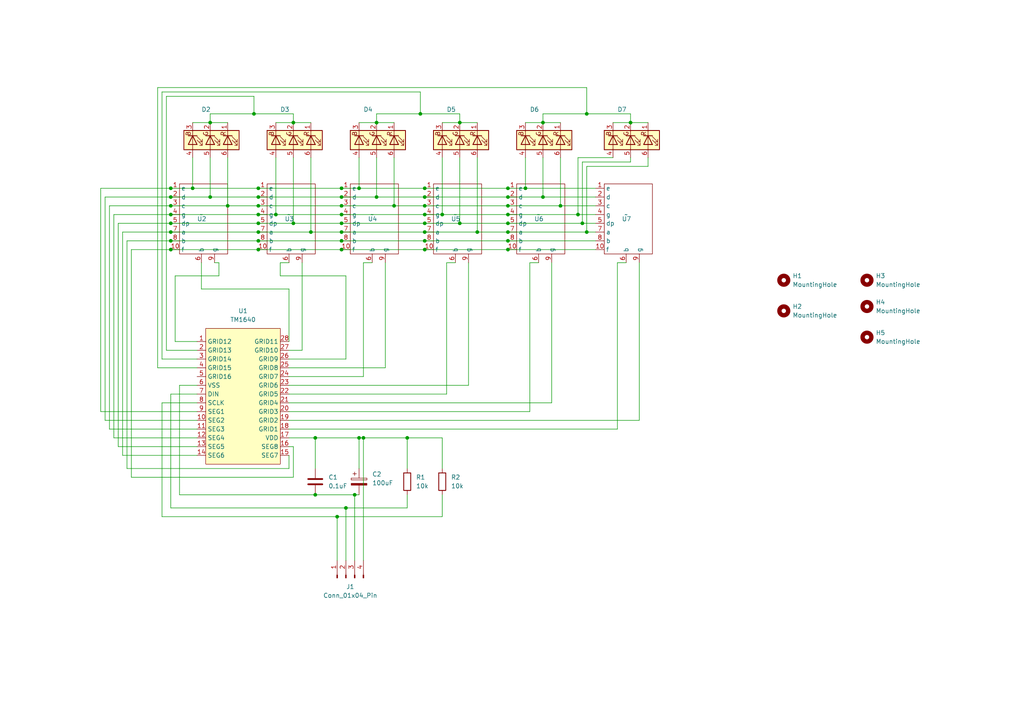
<source format=kicad_sch>
(kicad_sch (version 20230121) (generator eeschema)
  (paper "A4")
  (lib_symbols
    (symbol "7seg2_1"
      (property "Reference" "U" (at 0 0 0))
      (symbol "7seg2_1_0_1"
        (rectangle (start -6.35 8.89) (end 7.62 -11.43))
      )
      (symbol "7seg2_1_1_1"
        (pin input line (at -8.89 7.62 0) (length 2.54) (name "e") (number "1"))
        (pin input line (at -8.89 -10.16 0) (length 2.54) (name "f") (number "10"))
        (pin input line (at -8.89 5.08 0) (length 2.54) (name "d") (number "2"))
        (pin input line (at -8.89 2.54 0) (length 2.54) (name "c") (number "3"))
        (pin input line (at -8.89 0 0) (length 2.54) (name "g") (number "4"))
        (pin input line (at -8.89 -2.54 0) (length 2.54) (name "dp") (number "5"))
        (pin input line (at 0 -13.97 90) (length 2.54) (name "b") (number "6"))
        (pin input line (at -8.89 -5.08 0) (length 2.54) (name "a") (number "7"))
        (pin input line (at -8.89 -7.62 0) (length 2.54) (name "b") (number "8"))
        (pin input line (at 3.81 -13.97 90) (length 2.54) (name "g") (number "9"))
      )
    )
    (symbol "Connector:Conn_01x04_Pin" (pin_names (offset 1.016) hide)
      (property "Reference" "J" (at 0 5.08 0))
      (property "Value" "Conn_01x04_Pin" (at 0 -7.62 0))
      (symbol "Conn_01x04_Pin_1_1"
        (polyline (pts (xy 1.27 -5.08) (xy 0.8636 -5.08)) (stroke (width 0.1524)))
        (polyline (pts (xy 1.27 -2.54) (xy 0.8636 -2.54)) (stroke (width 0.1524)))
        (polyline (pts (xy 1.27 0) (xy 0.8636 0)) (stroke (width 0.1524)))
        (polyline (pts (xy 1.27 2.54) (xy 0.8636 2.54)) (stroke (width 0.1524)))
        (rectangle (start 0.8636 -4.953) (end 0 -5.207) (stroke (width 0.1524)) (fill (type outline)))
        (rectangle (start 0.8636 -2.413) (end 0 -2.667) (stroke (width 0.1524)) (fill (type outline)))
        (rectangle (start 0.8636 0.127) (end 0 -0.127) (stroke (width 0.1524)) (fill (type outline)))
        (rectangle (start 0.8636 2.667) (end 0 2.413) (stroke (width 0.1524)) (fill (type outline)))
        (pin passive line (at 5.08 2.54 180) (length 3.81) (name "Pin_1") (number "1"))
        (pin passive line (at 5.08 0 180) (length 3.81) (name "Pin_2") (number "2"))
        (pin passive line (at 5.08 -2.54 180) (length 3.81) (name "Pin_3") (number "3"))
        (pin passive line (at 5.08 -5.08 180) (length 3.81) (name "Pin_4") (number "4"))
      )
    )
    (symbol "Device:C" (pin_numbers hide) (pin_names (offset 0.254))
      (property "Reference" "C" (at 0.635 2.54 0))
      (property "Value" "C" (at 0.635 -2.54 0))
      (symbol "C_0_1"
        (polyline (pts (xy -2.032 -0.762) (xy 2.032 -0.762)) (stroke (width 0.508)))
        (polyline (pts (xy -2.032 0.762) (xy 2.032 0.762)) (stroke (width 0.508)))
      )
      (symbol "C_1_1"
        (pin passive line (at 0 3.81 270) (length 2.794) (name "~") (number "1"))
        (pin passive line (at 0 -3.81 90) (length 2.794) (name "~") (number "2"))
      )
    )
    (symbol "Device:C_Polarized" (pin_numbers hide) (pin_names (offset 0.254))
      (property "Reference" "C" (at 0.635 2.54 0))
      (property "Value" "C_Polarized" (at 0.635 -2.54 0))
      (symbol "C_Polarized_0_1"
        (rectangle (start -2.286 0.508) (end 2.286 1.016))
        (polyline (pts (xy -1.778 2.286) (xy -0.762 2.286)))
        (polyline (pts (xy -1.27 2.794) (xy -1.27 1.778)))
        (rectangle (start 2.286 -0.508) (end -2.286 -1.016) (fill (type outline)))
      )
      (symbol "C_Polarized_1_1"
        (pin passive line (at 0 3.81 270) (length 2.794) (name "~") (number "1"))
        (pin passive line (at 0 -3.81 90) (length 2.794) (name "~") (number "2"))
      )
    )
    (symbol "Device:LED_RGB" (pin_names (offset 0) hide)
      (property "Reference" "D" (at 0 9.398 0))
      (property "Value" "LED_RGB" (at 0 -8.89 0))
      (symbol "LED_RGB_0_0"
        (text "B" (at -1.905 -6.35 0) (effects (font (size 1.27 1.27))))
        (text "G" (at -1.905 -1.27 0) (effects (font (size 1.27 1.27))))
        (text "R" (at -1.905 3.81 0) (effects (font (size 1.27 1.27))))
      )
      (symbol "LED_RGB_0_1"
        (polyline (pts (xy -1.27 -5.08) (xy -2.54 -5.08)))
        (polyline (pts (xy -1.27 -5.08) (xy 1.27 -5.08)))
        (polyline (pts (xy -1.27 -3.81) (xy -1.27 -6.35)) (stroke (width 0.254)))
        (polyline (pts (xy -1.27 0) (xy -2.54 0)))
        (polyline (pts (xy -1.27 1.27) (xy -1.27 -1.27)) (stroke (width 0.254)))
        (polyline (pts (xy -1.27 5.08) (xy -2.54 5.08)))
        (polyline (pts (xy -1.27 5.08) (xy 1.27 5.08)))
        (polyline (pts (xy -1.27 6.35) (xy -1.27 3.81)) (stroke (width 0.254)))
        (polyline (pts (xy 1.27 -5.08) (xy 2.54 -5.08)))
        (polyline (pts (xy 1.27 0) (xy -1.27 0)))
        (polyline (pts (xy 1.27 0) (xy 2.54 0)))
        (polyline (pts (xy 1.27 5.08) (xy 2.54 5.08)))
        (polyline (pts (xy -1.27 1.27) (xy -1.27 -1.27) (xy -1.27 -1.27)))
        (polyline (pts (xy -1.27 6.35) (xy -1.27 3.81) (xy -1.27 3.81)))
        (polyline (pts (xy 1.27 -3.81) (xy 1.27 -6.35) (xy -1.27 -5.08) (xy 1.27 -3.81)) (stroke (width 0.254)))
        (polyline (pts (xy 1.27 1.27) (xy 1.27 -1.27) (xy -1.27 0) (xy 1.27 1.27)) (stroke (width 0.254)))
        (polyline (pts (xy 1.27 6.35) (xy 1.27 3.81) (xy -1.27 5.08) (xy 1.27 6.35)) (stroke (width 0.254)))
        (polyline (pts (xy -1.016 -3.81) (xy 0.508 -2.286) (xy -0.254 -2.286) (xy 0.508 -2.286) (xy 0.508 -3.048)))
        (polyline (pts (xy -1.016 1.27) (xy 0.508 2.794) (xy -0.254 2.794) (xy 0.508 2.794) (xy 0.508 2.032)))
        (polyline (pts (xy -1.016 6.35) (xy 0.508 7.874) (xy -0.254 7.874) (xy 0.508 7.874) (xy 0.508 7.112)))
        (polyline (pts (xy 0 -3.81) (xy 1.524 -2.286) (xy 0.762 -2.286) (xy 1.524 -2.286) (xy 1.524 -3.048)))
        (polyline (pts (xy 0 1.27) (xy 1.524 2.794) (xy 0.762 2.794) (xy 1.524 2.794) (xy 1.524 2.032)))
        (polyline (pts (xy 0 6.35) (xy 1.524 7.874) (xy 0.762 7.874) (xy 1.524 7.874) (xy 1.524 7.112)))
        (rectangle (start 1.27 -1.27) (end 1.27 1.27))
        (rectangle (start 1.27 1.27) (end 1.27 1.27))
        (rectangle (start 1.27 3.81) (end 1.27 6.35))
        (rectangle (start 1.27 6.35) (end 1.27 6.35))
        (rectangle (start 2.794 8.382) (end -2.794 -7.62) (stroke (width 0.254)) (fill (type background)))
      )
      (symbol "LED_RGB_1_1"
        (pin passive line (at -5.08 5.08 0) (length 2.54) (name "RK") (number "1"))
        (pin passive line (at -5.08 0 0) (length 2.54) (name "GK") (number "2"))
        (pin passive line (at -5.08 -5.08 0) (length 2.54) (name "BK") (number "3"))
        (pin passive line (at 5.08 -5.08 180) (length 2.54) (name "BA") (number "4"))
        (pin passive line (at 5.08 0 180) (length 2.54) (name "GA") (number "5"))
        (pin passive line (at 5.08 5.08 180) (length 2.54) (name "RA") (number "6"))
      )
    )
    (symbol "Device:R" (pin_numbers hide) (pin_names (offset 0))
      (property "Reference" "R" (at 2.032 0 90))
      (property "Value" "R" (at 0 0 90))
      (symbol "R_0_1"
        (rectangle (start -1.016 -2.54) (end 1.016 2.54) (stroke (width 0.254)))
      )
      (symbol "R_1_1"
        (pin passive line (at 0 3.81 270) (length 1.27) (name "~") (number "1"))
        (pin passive line (at 0 -3.81 90) (length 1.27) (name "~") (number "2"))
      )
    )
    (symbol "Mechanical:MountingHole" (pin_names (offset 1.016))
      (property "Reference" "H" (at 0 5.08 0))
      (property "Value" "MountingHole" (at 0 3.175 0))
      (symbol "MountingHole_0_1"
        (circle (center 0 0) (radius 1.27) (stroke (width 1.27)))
      )
    )
    (symbol "tm1640:TM1640"
      (property "Reference" "U" (at 7.62 31.75 0))
      (property "Value" "TM1640" (at 24.13 31.75 0))
      (symbol "TM1640_0_1"
        (rectangle (start 6.35 30.48) (end 27.94 -8.89) (fill (type background)))
      )
      (symbol "TM1640_1_1"
        (pin bidirectional line (at 3.81 26.67 0) (length 2.54) (name "GRID12") (number "1"))
        (pin bidirectional line (at 3.81 3.81 0) (length 2.54) (name "SEG2") (number "10"))
        (pin bidirectional line (at 3.81 1.27 0) (length 2.54) (name "SEG3") (number "11"))
        (pin bidirectional line (at 3.81 -1.27 0) (length 2.54) (name "SEG4") (number "12"))
        (pin bidirectional line (at 3.81 -3.81 0) (length 2.54) (name "SEG5") (number "13"))
        (pin bidirectional line (at 3.81 -6.35 0) (length 2.54) (name "SEG6") (number "14"))
        (pin bidirectional line (at 30.48 -6.35 180) (length 2.54) (name "SEG7") (number "15"))
        (pin bidirectional line (at 30.48 -3.81 180) (length 2.54) (name "SEG8") (number "16"))
        (pin power_in line (at 30.48 -1.27 180) (length 2.54) (name "VDD") (number "17"))
        (pin bidirectional line (at 30.48 1.27 180) (length 2.54) (name "GRID1") (number "18"))
        (pin bidirectional line (at 30.48 3.81 180) (length 2.54) (name "GRID2") (number "19"))
        (pin bidirectional line (at 3.81 24.13 0) (length 2.54) (name "GRID13") (number "2"))
        (pin bidirectional line (at 30.48 6.35 180) (length 2.54) (name "GRID3") (number "20"))
        (pin bidirectional line (at 30.48 8.89 180) (length 2.54) (name "GRID4") (number "21"))
        (pin bidirectional line (at 30.48 11.43 180) (length 2.54) (name "GRID5") (number "22"))
        (pin bidirectional line (at 30.48 13.97 180) (length 2.54) (name "GRID6") (number "23"))
        (pin bidirectional line (at 30.48 16.51 180) (length 2.54) (name "GRID7") (number "24"))
        (pin bidirectional line (at 30.48 19.05 180) (length 2.54) (name "GRID8") (number "25"))
        (pin bidirectional line (at 30.48 21.59 180) (length 2.54) (name "GRID9") (number "26"))
        (pin bidirectional line (at 30.48 24.13 180) (length 2.54) (name "GRID10") (number "27"))
        (pin bidirectional line (at 30.48 26.67 180) (length 2.54) (name "GRID11") (number "28"))
        (pin bidirectional line (at 3.81 21.59 0) (length 2.54) (name "GRID14") (number "3"))
        (pin bidirectional line (at 3.81 19.05 0) (length 2.54) (name "GRID15") (number "4"))
        (pin bidirectional line (at 3.81 16.51 0) (length 2.54) (name "GRID16") (number "5"))
        (pin bidirectional line (at 3.81 13.97 0) (length 2.54) (name "VSS") (number "6"))
        (pin bidirectional line (at 3.81 11.43 0) (length 2.54) (name "DIN") (number "7"))
        (pin bidirectional line (at 3.81 8.89 0) (length 2.54) (name "SCLK") (number "8"))
        (pin bidirectional line (at 3.81 6.35 0) (length 2.54) (name "SEG1") (number "9"))
      )
    )
  )
  (junction (at 100.33 147.32))
  (junction (at 162.56 59.69))
  (junction (at 60.96 35.56))
  (junction (at 147.32 64.77))
  (junction (at 168.91 64.77))
  (junction (at 128.27 62.23))
  (junction (at 123.19 69.85))
  (junction (at 170.18 67.31))
  (junction (at 123.19 64.77))
  (junction (at 49.53 62.23))
  (junction (at 60.96 57.15))
  (junction (at 104.14 127))
  (junction (at 170.18 33.02))
  (junction (at 157.48 57.15))
  (junction (at 74.93 57.15))
  (junction (at 66.04 59.69))
  (junction (at 97.79 149.86))
  (junction (at 147.32 62.23))
  (junction (at 80.01 62.23))
  (junction (at 133.35 64.77))
  (junction (at 138.43 67.31))
  (junction (at 123.19 54.61))
  (junction (at 74.93 67.31))
  (junction (at 99.06 54.61))
  (junction (at 49.53 64.77))
  (junction (at 123.19 59.69))
  (junction (at 49.53 72.39))
  (junction (at 118.11 127))
  (junction (at 74.93 62.23))
  (junction (at 49.53 67.31))
  (junction (at 147.32 57.15))
  (junction (at 91.44 127))
  (junction (at 123.19 62.23))
  (junction (at 49.53 69.85))
  (junction (at 74.93 69.85))
  (junction (at 49.53 54.61))
  (junction (at 85.09 64.77))
  (junction (at 99.06 62.23))
  (junction (at 74.93 54.61))
  (junction (at 90.17 67.31))
  (junction (at 157.48 35.56))
  (junction (at 49.53 59.69))
  (junction (at 74.93 59.69))
  (junction (at 133.35 35.56))
  (junction (at 99.06 67.31))
  (junction (at 85.09 35.56))
  (junction (at 99.06 57.15))
  (junction (at 123.19 72.39))
  (junction (at 99.06 72.39))
  (junction (at 152.4 54.61))
  (junction (at 182.88 35.56))
  (junction (at 123.19 67.31))
  (junction (at 91.44 143.51))
  (junction (at 123.19 57.15))
  (junction (at 147.32 69.85))
  (junction (at 167.64 62.23))
  (junction (at 147.32 54.61))
  (junction (at 99.06 69.85))
  (junction (at 109.22 57.15))
  (junction (at 147.32 59.69))
  (junction (at 104.14 54.61))
  (junction (at 121.92 33.02))
  (junction (at 114.3 59.69))
  (junction (at 147.32 67.31))
  (junction (at 55.88 54.61))
  (junction (at 73.66 33.02))
  (junction (at 102.87 143.51))
  (junction (at 74.93 64.77))
  (junction (at 49.53 57.15))
  (junction (at 105.41 127))
  (junction (at 109.22 35.56))
  (junction (at 99.06 59.69))
  (junction (at 147.32 72.39))
  (junction (at 99.06 64.77))
  (junction (at 74.93 72.39))
  (wire (pts (xy 182.88 35.56) (xy 182.88 33.02)))
  (wire (pts (xy 105.41 76.2) (xy 107.95 76.2)))
  (wire (pts (xy 128.27 35.56) (xy 133.35 35.56)))
  (wire (pts (xy 50.8 80.01) (xy 63.5 80.01)))
  (wire (pts (xy 121.92 26.67) (xy 46.99 26.67)))
  (wire (pts (xy 74.93 72.39) (xy 99.06 72.39)))
  (wire (pts (xy 83.82 104.14) (xy 100.33 104.14)))
  (wire (pts (xy 167.64 62.23) (xy 172.72 62.23)))
  (wire (pts (xy 36.83 69.85) (xy 49.53 69.85)))
  (wire (pts (xy 187.96 48.26) (xy 170.18 48.26)))
  (wire (pts (xy 83.82 106.68) (xy 111.76 106.68)))
  (wire (pts (xy 49.53 72.39) (xy 74.93 72.39)))
  (wire (pts (xy 33.02 127) (xy 33.02 62.23)))
  (wire (pts (xy 135.89 111.76) (xy 135.89 76.2)))
  (wire (pts (xy 34.29 64.77) (xy 49.53 64.77)))
  (wire (pts (xy 85.09 64.77) (xy 99.06 64.77)))
  (wire (pts (xy 33.02 62.23) (xy 49.53 62.23)))
  (wire (pts (xy 30.48 57.15) (xy 49.53 57.15)))
  (wire (pts (xy 60.96 35.56) (xy 66.04 35.56)))
  (wire (pts (xy 55.88 45.72) (xy 55.88 54.61)))
  (wire (pts (xy 57.15 129.54) (xy 34.29 129.54)))
  (wire (pts (xy 187.96 45.72) (xy 187.96 48.26)))
  (wire (pts (xy 73.66 33.02) (xy 85.09 33.02)))
  (wire (pts (xy 46.99 149.86) (xy 97.79 149.86)))
  (wire (pts (xy 157.48 45.72) (xy 157.48 57.15)))
  (wire (pts (xy 123.19 57.15) (xy 147.32 57.15)))
  (wire (pts (xy 123.19 64.77) (xy 133.35 64.77)))
  (wire (pts (xy 147.32 54.61) (xy 152.4 54.61)))
  (wire (pts (xy 90.17 67.31) (xy 99.06 67.31)))
  (wire (pts (xy 179.07 76.2) (xy 181.61 76.2)))
  (wire (pts (xy 85.09 45.72) (xy 85.09 64.77)))
  (wire (pts (xy 167.64 45.72) (xy 167.64 62.23)))
  (wire (pts (xy 52.07 143.51) (xy 52.07 111.76)))
  (wire (pts (xy 147.32 57.15) (xy 157.48 57.15)))
  (wire (pts (xy 52.07 111.76) (xy 57.15 111.76)))
  (wire (pts (xy 129.54 114.3) (xy 129.54 76.2)))
  (wire (pts (xy 100.33 80.01) (xy 81.28 80.01)))
  (wire (pts (xy 97.79 149.86) (xy 97.79 162.56)))
  (wire (pts (xy 177.8 35.56) (xy 182.88 35.56)))
  (wire (pts (xy 83.82 119.38) (xy 153.67 119.38)))
  (wire (pts (xy 50.8 99.06) (xy 50.8 80.01)))
  (wire (pts (xy 147.32 62.23) (xy 167.64 62.23)))
  (wire (pts (xy 48.26 101.6) (xy 48.26 27.94)))
  (wire (pts (xy 152.4 54.61) (xy 172.72 54.61)))
  (wire (pts (xy 57.15 132.08) (xy 35.56 132.08)))
  (wire (pts (xy 60.96 35.56) (xy 60.96 33.02)))
  (wire (pts (xy 80.01 62.23) (xy 99.06 62.23)))
  (wire (pts (xy 111.76 106.68) (xy 111.76 76.2)))
  (wire (pts (xy 46.99 26.67) (xy 46.99 104.14)))
  (wire (pts (xy 83.82 135.89) (xy 36.83 135.89)))
  (wire (pts (xy 100.33 147.32) (xy 100.33 162.56)))
  (wire (pts (xy 48.26 27.94) (xy 73.66 27.94)))
  (wire (pts (xy 170.18 25.4) (xy 45.72 25.4)))
  (wire (pts (xy 57.15 119.38) (xy 29.21 119.38)))
  (wire (pts (xy 74.93 59.69) (xy 99.06 59.69)))
  (wire (pts (xy 109.22 57.15) (xy 123.19 57.15)))
  (wire (pts (xy 147.32 67.31) (xy 170.18 67.31)))
  (wire (pts (xy 118.11 127) (xy 128.27 127)))
  (wire (pts (xy 104.14 135.89) (xy 104.14 127)))
  (wire (pts (xy 152.4 45.72) (xy 152.4 54.61)))
  (wire (pts (xy 85.09 35.56) (xy 90.17 35.56)))
  (wire (pts (xy 128.27 62.23) (xy 147.32 62.23)))
  (wire (pts (xy 49.53 114.3) (xy 57.15 114.3)))
  (wire (pts (xy 157.48 35.56) (xy 162.56 35.56)))
  (wire (pts (xy 104.14 54.61) (xy 123.19 54.61)))
  (wire (pts (xy 105.41 109.22) (xy 105.41 76.2)))
  (wire (pts (xy 177.8 45.72) (xy 167.64 45.72)))
  (wire (pts (xy 104.14 127) (xy 105.41 127)))
  (wire (pts (xy 49.53 54.61) (xy 55.88 54.61)))
  (wire (pts (xy 91.44 143.51) (xy 102.87 143.51)))
  (wire (pts (xy 99.06 59.69) (xy 114.3 59.69)))
  (wire (pts (xy 182.88 45.72) (xy 182.88 46.99)))
  (wire (pts (xy 87.63 101.6) (xy 87.63 76.2)))
  (wire (pts (xy 74.93 64.77) (xy 85.09 64.77)))
  (wire (pts (xy 74.93 67.31) (xy 90.17 67.31)))
  (wire (pts (xy 182.88 33.02) (xy 170.18 33.02)))
  (wire (pts (xy 57.15 99.06) (xy 50.8 99.06)))
  (wire (pts (xy 162.56 59.69) (xy 172.72 59.69)))
  (wire (pts (xy 83.82 114.3) (xy 129.54 114.3)))
  (wire (pts (xy 153.67 119.38) (xy 153.67 76.2)))
  (wire (pts (xy 55.88 35.56) (xy 60.96 35.56)))
  (wire (pts (xy 83.82 111.76) (xy 135.89 111.76)))
  (wire (pts (xy 152.4 35.56) (xy 157.48 35.56)))
  (wire (pts (xy 109.22 45.72) (xy 109.22 57.15)))
  (wire (pts (xy 138.43 45.72) (xy 138.43 67.31)))
  (wire (pts (xy 63.5 80.01) (xy 63.5 76.2)))
  (wire (pts (xy 99.06 67.31) (xy 123.19 67.31)))
  (wire (pts (xy 102.87 143.51) (xy 104.14 143.51)))
  (wire (pts (xy 91.44 135.89) (xy 91.44 127)))
  (wire (pts (xy 133.35 35.56) (xy 138.43 35.56)))
  (wire (pts (xy 60.96 45.72) (xy 60.96 57.15)))
  (wire (pts (xy 35.56 132.08) (xy 35.56 67.31)))
  (wire (pts (xy 57.15 124.46) (xy 31.75 124.46)))
  (wire (pts (xy 57.15 101.6) (xy 48.26 101.6)))
  (wire (pts (xy 99.06 69.85) (xy 123.19 69.85)))
  (wire (pts (xy 104.14 45.72) (xy 104.14 54.61)))
  (wire (pts (xy 123.19 72.39) (xy 147.32 72.39)))
  (wire (pts (xy 63.5 76.2) (xy 62.23 76.2)))
  (wire (pts (xy 49.53 62.23) (xy 74.93 62.23)))
  (wire (pts (xy 85.09 33.02) (xy 85.09 35.56)))
  (wire (pts (xy 147.32 72.39) (xy 172.72 72.39)))
  (wire (pts (xy 157.48 33.02) (xy 157.48 35.56)))
  (wire (pts (xy 81.28 76.2) (xy 83.82 76.2)))
  (wire (pts (xy 74.93 69.85) (xy 99.06 69.85)))
  (wire (pts (xy 133.35 45.72) (xy 133.35 64.77)))
  (wire (pts (xy 157.48 57.15) (xy 172.72 57.15)))
  (wire (pts (xy 30.48 121.92) (xy 30.48 57.15)))
  (wire (pts (xy 99.06 62.23) (xy 123.19 62.23)))
  (wire (pts (xy 31.75 59.69) (xy 49.53 59.69)))
  (wire (pts (xy 123.19 62.23) (xy 128.27 62.23)))
  (wire (pts (xy 133.35 33.02) (xy 133.35 35.56)))
  (wire (pts (xy 121.92 33.02) (xy 133.35 33.02)))
  (wire (pts (xy 162.56 45.72) (xy 162.56 59.69)))
  (wire (pts (xy 168.91 64.77) (xy 172.72 64.77)))
  (wire (pts (xy 57.15 127) (xy 33.02 127)))
  (wire (pts (xy 114.3 45.72) (xy 114.3 59.69)))
  (wire (pts (xy 49.53 147.32) (xy 49.53 114.3)))
  (wire (pts (xy 83.82 101.6) (xy 87.63 101.6)))
  (wire (pts (xy 109.22 35.56) (xy 114.3 35.56)))
  (wire (pts (xy 105.41 127) (xy 105.41 162.56)))
  (wire (pts (xy 185.42 121.92) (xy 185.42 76.2)))
  (wire (pts (xy 49.53 69.85) (xy 74.93 69.85)))
  (wire (pts (xy 138.43 67.31) (xy 147.32 67.31)))
  (wire (pts (xy 99.06 54.61) (xy 104.14 54.61)))
  (wire (pts (xy 83.82 83.82) (xy 58.42 83.82)))
  (wire (pts (xy 57.15 121.92) (xy 30.48 121.92)))
  (wire (pts (xy 121.92 33.02) (xy 121.92 26.67)))
  (wire (pts (xy 104.14 35.56) (xy 109.22 35.56)))
  (wire (pts (xy 74.93 54.61) (xy 99.06 54.61)))
  (wire (pts (xy 83.82 129.54) (xy 85.09 129.54)))
  (wire (pts (xy 49.53 147.32) (xy 100.33 147.32)))
  (wire (pts (xy 49.53 67.31) (xy 74.93 67.31)))
  (wire (pts (xy 123.19 69.85) (xy 147.32 69.85)))
  (wire (pts (xy 80.01 35.56) (xy 85.09 35.56)))
  (wire (pts (xy 182.88 35.56) (xy 187.96 35.56)))
  (wire (pts (xy 170.18 48.26) (xy 170.18 67.31)))
  (wire (pts (xy 49.53 57.15) (xy 60.96 57.15)))
  (wire (pts (xy 81.28 80.01) (xy 81.28 76.2)))
  (wire (pts (xy 83.82 124.46) (xy 179.07 124.46)))
  (wire (pts (xy 182.88 46.99) (xy 168.91 46.99)))
  (wire (pts (xy 133.35 64.77) (xy 147.32 64.77)))
  (wire (pts (xy 153.67 76.2) (xy 156.21 76.2)))
  (wire (pts (xy 34.29 129.54) (xy 34.29 64.77)))
  (wire (pts (xy 83.82 132.08) (xy 83.82 135.89)))
  (wire (pts (xy 109.22 33.02) (xy 121.92 33.02)))
  (wire (pts (xy 90.17 45.72) (xy 90.17 67.31)))
  (wire (pts (xy 73.66 27.94) (xy 73.66 33.02)))
  (wire (pts (xy 123.19 59.69) (xy 147.32 59.69)))
  (wire (pts (xy 128.27 127) (xy 128.27 135.89)))
  (wire (pts (xy 129.54 76.2) (xy 132.08 76.2)))
  (wire (pts (xy 147.32 69.85) (xy 172.72 69.85)))
  (wire (pts (xy 118.11 143.51) (xy 118.11 147.32)))
  (wire (pts (xy 91.44 143.51) (xy 52.07 143.51)))
  (wire (pts (xy 74.93 62.23) (xy 80.01 62.23)))
  (wire (pts (xy 179.07 124.46) (xy 179.07 76.2)))
  (wire (pts (xy 83.82 109.22) (xy 105.41 109.22)))
  (wire (pts (xy 29.21 54.61) (xy 49.53 54.61)))
  (wire (pts (xy 55.88 54.61) (xy 74.93 54.61)))
  (wire (pts (xy 97.79 149.86) (xy 128.27 149.86)))
  (wire (pts (xy 46.99 104.14) (xy 57.15 104.14)))
  (wire (pts (xy 80.01 45.72) (xy 80.01 62.23)))
  (wire (pts (xy 147.32 64.77) (xy 168.91 64.77)))
  (wire (pts (xy 35.56 67.31) (xy 49.53 67.31)))
  (wire (pts (xy 100.33 104.14) (xy 100.33 80.01)))
  (wire (pts (xy 45.72 106.68) (xy 57.15 106.68)))
  (wire (pts (xy 74.93 57.15) (xy 99.06 57.15)))
  (wire (pts (xy 38.1 72.39) (xy 49.53 72.39)))
  (wire (pts (xy 109.22 35.56) (xy 109.22 33.02)))
  (wire (pts (xy 36.83 135.89) (xy 36.83 69.85)))
  (wire (pts (xy 170.18 67.31) (xy 172.72 67.31)))
  (wire (pts (xy 99.06 64.77) (xy 123.19 64.77)))
  (wire (pts (xy 49.53 64.77) (xy 74.93 64.77)))
  (wire (pts (xy 100.33 147.32) (xy 118.11 147.32)))
  (wire (pts (xy 123.19 54.61) (xy 147.32 54.61)))
  (wire (pts (xy 147.32 59.69) (xy 162.56 59.69)))
  (wire (pts (xy 168.91 46.99) (xy 168.91 64.77)))
  (wire (pts (xy 102.87 143.51) (xy 102.87 162.56)))
  (wire (pts (xy 128.27 45.72) (xy 128.27 62.23)))
  (wire (pts (xy 91.44 127) (xy 104.14 127)))
  (wire (pts (xy 128.27 143.51) (xy 128.27 149.86)))
  (wire (pts (xy 46.99 149.86) (xy 46.99 116.84)))
  (wire (pts (xy 123.19 67.31) (xy 138.43 67.31)))
  (wire (pts (xy 66.04 45.72) (xy 66.04 59.69)))
  (wire (pts (xy 38.1 138.43) (xy 38.1 72.39)))
  (wire (pts (xy 85.09 138.43) (xy 38.1 138.43)))
  (wire (pts (xy 83.82 121.92) (xy 185.42 121.92)))
  (wire (pts (xy 31.75 124.46) (xy 31.75 59.69)))
  (wire (pts (xy 105.41 127) (xy 118.11 127)))
  (wire (pts (xy 60.96 57.15) (xy 74.93 57.15)))
  (wire (pts (xy 58.42 83.82) (xy 58.42 76.2)))
  (wire (pts (xy 114.3 59.69) (xy 123.19 59.69)))
  (wire (pts (xy 170.18 33.02) (xy 170.18 25.4)))
  (wire (pts (xy 160.02 116.84) (xy 160.02 76.2)))
  (wire (pts (xy 66.04 59.69) (xy 74.93 59.69)))
  (wire (pts (xy 85.09 129.54) (xy 85.09 138.43)))
  (wire (pts (xy 83.82 99.06) (xy 83.82 83.82)))
  (wire (pts (xy 99.06 57.15) (xy 109.22 57.15)))
  (wire (pts (xy 170.18 33.02) (xy 157.48 33.02)))
  (wire (pts (xy 49.53 59.69) (xy 66.04 59.69)))
  (wire (pts (xy 83.82 116.84) (xy 160.02 116.84)))
  (wire (pts (xy 118.11 127) (xy 118.11 135.89)))
  (wire (pts (xy 45.72 25.4) (xy 45.72 106.68)))
  (wire (pts (xy 60.96 33.02) (xy 73.66 33.02)))
  (wire (pts (xy 91.44 127) (xy 83.82 127)))
  (wire (pts (xy 29.21 119.38) (xy 29.21 54.61)))
  (wire (pts (xy 46.99 116.84) (xy 57.15 116.84)))
  (wire (pts (xy 99.06 72.39) (xy 123.19 72.39)))
  (symbol (lib_id "tm1640:TM1640") (at 53.34 125.73 0) (unit 1)
    (property "Reference" "U1" (at 70.485 90.17 0))
    (property "Value" "TM1640" (at 70.485 92.71 0))
    (property "Footprint" "files:TM1640" (effects hide))
  )
  (symbol (lib_id "Device:R") (at 128.27 139.7 0) (unit 1)
    (property "Reference" "R2" (at 130.81 138.43 0) (effects (justify left)))
    (property "Value" "10k" (at 130.81 140.97 0) (effects (justify left)))
    (property "Footprint" "Resistor_SMD:R_01005_0402Metric" (effects hide))
  )
  (symbol (lib_id "Device:LED_RGB") (at 157.48 40.64 270) (unit 1)
    (property "Reference" "D5" (effects hide))
    (property "Value" "D6" (at 153.67 31.75 90) (effects (justify left)))
    (property "Footprint" "LED_SMD:LED_RGB_5050-6" (effects hide))
  )
  (symbol (lib_id "Device:C_Polarized") (at 104.14 139.7 0) (unit 1)
    (property "Reference" "C2" (at 107.95 137.541 0) (effects (justify left)))
    (property "Value" "100uF" (at 107.95 140.081 0) (effects (justify left)))
    (property "Footprint" "Capacitor_Tantalum_SMD:CP_EIA-3528-12_Kemet-T" (effects hide))
  )
  (symbol (lib_id "Device:C") (at 91.44 139.7 0) (unit 1)
    (property "Reference" "C1" (at 95.25 138.43 0) (effects (justify left)))
    (property "Value" "0.1uF" (at 95.25 140.97 0) (effects (justify left)))
    (property "Footprint" "Capacitor_SMD:C_0603_1608Metric" (effects hide))
  )
  (symbol (lib_name "7seg2_1") (lib_id "tm1640:7seg2") (at 156.21 62.23 0) (unit 1)
    (property "Reference" "U6" (at 154.94 63.5 0) (effects (justify left)))
    (property "Value" "~" (at 156.21 62.23 0))
    (property "Footprint" "files:7seg2_small" (effects hide))
  )
  (symbol (lib_name "7seg2_1") (lib_id "tm1640:7seg2") (at 107.95 62.23 0) (unit 1)
    (property "Reference" "U4" (at 106.68 63.5 0) (effects (justify left)))
    (property "Value" "~" (at 107.95 62.23 0))
    (property "Footprint" "files:7seg2_small" (effects hide))
  )
  (symbol (lib_name "7seg2_1") (lib_id "tm1640:7seg2") (at 132.08 62.23 0) (unit 1)
    (property "Reference" "U5" (at 130.81 63.5 0) (effects (justify left)))
    (property "Value" "~" (at 132.08 62.23 0))
    (property "Footprint" "files:7seg2_small" (effects hide))
  )
  (symbol (lib_id "Mechanical:MountingHole") (at 227.33 81.28 0) (unit 1)
    (property "Reference" "H1" (at 229.87 80.01 0) (effects (justify left)))
    (property "Value" "MountingHole" (at 229.87 82.55 0) (effects (justify left)))
    (property "Footprint" "MountingHole:MountingHole_3.2mm_M3" (effects hide))
  )
  (symbol (lib_name "7seg2_1") (lib_id "tm1640:7seg2") (at 83.82 62.23 0) (unit 1)
    (property "Reference" "U3" (at 82.55 63.5 0) (effects (justify left)))
    (property "Value" "~" (at 83.82 62.23 0))
    (property "Footprint" "files:7seg2_small" (effects hide))
  )
  (symbol (lib_id "Mechanical:MountingHole") (at 227.33 90.17 0) (unit 1)
    (property "Reference" "H2" (at 229.87 88.9 0) (effects (justify left)))
    (property "Value" "MountingHole" (at 229.87 91.44 0) (effects (justify left)))
    (property "Footprint" "MountingHole:MountingHole_3.2mm_M3" (effects hide))
  )
  (symbol (lib_id "Connector:Conn_01x04_Pin") (at 100.33 167.64 90) (unit 1)
    (property "Reference" "J1" (at 101.6 170.18 90))
    (property "Value" "Conn_01x04_Pin" (at 101.6 172.72 90))
    (property "Footprint" "Connector_PinHeader_1.27mm:PinHeader_1x04_P1.27mm_Horizontal" (effects hide))
  )
  (symbol (lib_name "7seg2_1") (lib_id "tm1640:7seg2") (at 181.61 62.23 0) (unit 1)
    (property "Reference" "U7" (at 180.34 63.5 0) (effects (justify left)))
    (property "Value" "~" (at 181.61 62.23 0))
    (property "Footprint" "files:7seg2_small" (effects hide))
  )
  (symbol (lib_id "Device:R") (at 118.11 139.7 0) (unit 1)
    (property "Reference" "R1" (at 120.65 138.43 0) (effects (justify left)))
    (property "Value" "10k" (at 120.65 140.97 0) (effects (justify left)))
    (property "Footprint" "Resistor_SMD:R_01005_0402Metric" (effects hide))
  )
  (symbol (lib_id "Device:LED_RGB") (at 133.35 40.64 270) (unit 1)
    (property "Reference" "D4" (effects hide))
    (property "Value" "D5" (at 129.54 31.75 90) (effects (justify left)))
    (property "Footprint" "LED_SMD:LED_RGB_5050-6" (effects hide))
  )
  (symbol (lib_name "7seg2_1") (lib_id "tm1640:7seg2") (at 58.42 62.23 0) (unit 1)
    (property "Reference" "U2" (at 57.15 63.5 0) (effects (justify left)))
    (property "Value" "~" (at 58.42 62.23 0))
    (property "Footprint" "files:7seg2_small" (effects hide))
  )
  (symbol (lib_id "Device:LED_RGB") (at 60.96 40.64 270) (unit 1)
    (property "Reference" "D1" (effects hide))
    (property "Value" "D2" (at 58.42 31.75 90) (effects (justify left)))
    (property "Footprint" "LED_SMD:LED_RGB_5050-6" (effects hide))
  )
  (symbol (lib_id "Mechanical:MountingHole") (at 251.46 88.9 0) (unit 1)
    (property "Reference" "H4" (at 254 87.63 0) (effects (justify left)))
    (property "Value" "MountingHole" (at 254 90.17 0) (effects (justify left)))
    (property "Footprint" "MountingHole:MountingHole_3.2mm_M3" (effects hide))
  )
  (symbol (lib_id "Mechanical:MountingHole") (at 251.46 81.28 0) (unit 1)
    (property "Reference" "H3" (at 254 80.01 0) (effects (justify left)))
    (property "Value" "MountingHole" (at 254 82.55 0) (effects (justify left)))
    (property "Footprint" "MountingHole:MountingHole_3.2mm_M3" (effects hide))
  )
  (symbol (lib_id "Mechanical:MountingHole") (at 251.46 97.79 0) (unit 1)
    (property "Reference" "H5" (at 254 96.52 0) (effects (justify left)))
    (property "Value" "MountingHole" (at 254 99.06 0) (effects (justify left)))
    (property "Footprint" "MountingHole:MountingHole_3.2mm_M3" (effects hide))
  )
  (symbol (lib_id "Device:LED_RGB") (at 182.88 40.64 270) (unit 1)
    (property "Reference" "D6" (effects hide))
    (property "Value" "D7" (at 179.07 31.75 90) (effects (justify left)))
    (property "Footprint" "LED_SMD:LED_RGB_5050-6" (effects hide))
  )
  (symbol (lib_id "Device:LED_RGB") (at 85.09 40.64 270) (unit 1)
    (property "Reference" "D2" (effects hide))
    (property "Value" "D3" (at 81.28 31.75 90) (effects (justify left)))
    (property "Footprint" "LED_SMD:LED_RGB_5050-6" (effects hide))
  )
  (symbol (lib_id "Device:LED_RGB") (at 109.22 40.64 270) (unit 1)
    (property "Reference" "D3" (effects hide))
    (property "Value" "D4" (at 105.41 31.75 90) (effects (justify left)))
    (property "Footprint" "LED_SMD:LED_RGB_5050-6" (effects hide))
  )
)
</source>
